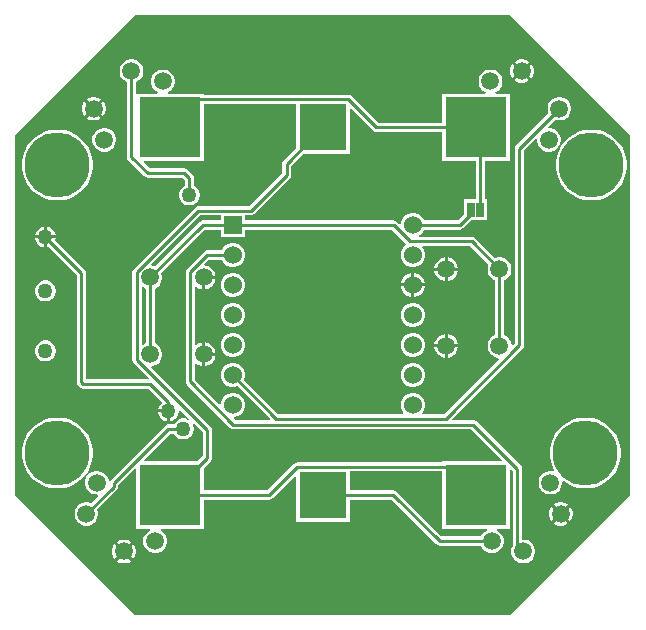
<source format=gbl>
G04*
G04 #@! TF.GenerationSoftware,Altium Limited,Altium Designer,23.9.2 (47)*
G04*
G04 Layer_Physical_Order=2*
G04 Layer_Color=16711680*
%FSLAX44Y44*%
%MOMM*%
G71*
G04*
G04 #@! TF.SameCoordinates,59006CB8-04EA-46C6-BC13-78CBB85C9A35*
G04*
G04*
G04 #@! TF.FilePolarity,Positive*
G04*
G01*
G75*
%ADD11C,0.2540*%
%ADD33C,5.5000*%
%ADD34C,1.5000*%
%ADD35R,1.5300X1.5300*%
%ADD36C,1.5300*%
%ADD37C,1.2700*%
%ADD38R,4.0000X4.0000*%
%ADD39R,5.2000X5.2000*%
%ADD40R,0.6350X1.2700*%
G36*
X419100Y406400D02*
Y101600D01*
X317500Y0D01*
X0D01*
X-101600Y101600D01*
Y406400D01*
X0Y508000D01*
X317500D01*
X419100Y406400D01*
D02*
G37*
%LPC*%
G36*
X328475Y470613D02*
X325831D01*
X323278Y469929D01*
X320988Y468607D01*
X320952Y468570D01*
X327153Y462369D01*
X333354Y468570D01*
X333318Y468607D01*
X331028Y469929D01*
X328475Y470613D01*
D02*
G37*
G36*
X335150Y466774D02*
X328949Y460573D01*
X335150Y454371D01*
X335187Y454408D01*
X336509Y456698D01*
X337193Y459251D01*
Y461894D01*
X336509Y464448D01*
X335187Y466737D01*
X335150Y466774D01*
D02*
G37*
G36*
X319156Y466774D02*
X319119Y466737D01*
X317797Y464448D01*
X317113Y461894D01*
Y459251D01*
X317797Y456698D01*
X319119Y454408D01*
X319156Y454371D01*
X325357Y460573D01*
X319156Y466774D01*
D02*
G37*
G36*
X327153Y458777D02*
X320952Y452575D01*
X320988Y452539D01*
X323278Y451217D01*
X325831Y450533D01*
X328475D01*
X331028Y451217D01*
X333318Y452539D01*
X333354Y452575D01*
X327153Y458777D01*
D02*
G37*
G36*
X-33801Y438793D02*
X-36444D01*
X-38998Y438109D01*
X-41287Y436787D01*
X-41324Y436750D01*
X-35123Y430549D01*
X-28921Y436750D01*
X-28958Y436787D01*
X-31247Y438109D01*
X-33801Y438793D01*
D02*
G37*
G36*
X-27125Y434954D02*
X-33327Y428753D01*
X-27125Y422552D01*
X-27089Y422588D01*
X-25767Y424878D01*
X-25083Y427431D01*
Y430075D01*
X-25767Y432628D01*
X-27089Y434918D01*
X-27125Y434954D01*
D02*
G37*
G36*
X-43120Y434954D02*
X-43157Y434918D01*
X-44479Y432628D01*
X-45163Y430075D01*
Y427431D01*
X-44479Y424878D01*
X-43157Y422588D01*
X-43120Y422552D01*
X-36919Y428753D01*
X-43120Y434954D01*
D02*
G37*
G36*
X-1981Y470613D02*
X-4625D01*
X-7178Y469929D01*
X-9468Y468607D01*
X-11337Y466737D01*
X-12659Y464448D01*
X-13343Y461894D01*
Y459251D01*
X-12659Y456697D01*
X-11337Y454408D01*
X-9468Y452539D01*
X-7188Y451222D01*
Y387915D01*
X-6892Y386428D01*
X-6050Y385168D01*
X7708Y371411D01*
X8968Y370569D01*
X10454Y370273D01*
X39922D01*
X41835Y368359D01*
Y363623D01*
X40261Y362714D01*
X38606Y361059D01*
X37436Y359031D01*
X36830Y356770D01*
Y354430D01*
X37436Y352169D01*
X38606Y350141D01*
X40261Y348486D01*
X42289Y347316D01*
X44550Y346710D01*
X46890D01*
X49151Y347316D01*
X51179Y348486D01*
X52834Y350141D01*
X54004Y352169D01*
X54610Y354430D01*
Y356770D01*
X54004Y359031D01*
X52834Y361059D01*
X51179Y362714D01*
X49605Y363623D01*
Y369968D01*
X49309Y371455D01*
X48467Y372715D01*
X44278Y376904D01*
X43018Y377746D01*
X41531Y378042D01*
X12063D01*
X7069Y383037D01*
X7555Y384210D01*
X57790D01*
Y432675D01*
X136210D01*
Y395704D01*
X125247Y384741D01*
X124405Y383481D01*
X124109Y381994D01*
Y374315D01*
X95907Y346112D01*
X53183D01*
X51696Y345816D01*
X50436Y344974D01*
X-1357Y293182D01*
X-2199Y291921D01*
X-2495Y290435D01*
Y216065D01*
X-2199Y214579D01*
X-1357Y213318D01*
X11323Y200638D01*
X10838Y199465D01*
X-41835D01*
Y289560D01*
X-42131Y291047D01*
X-42973Y292307D01*
X-67780Y317114D01*
X-67337Y318770D01*
X-74930D01*
Y311177D01*
X-73274Y311620D01*
X-49605Y287951D01*
Y197068D01*
X-49309Y195581D01*
X-48467Y194321D01*
X-46979Y192833D01*
X-45719Y191991D01*
X-44232Y191695D01*
X11091D01*
X22536Y180250D01*
X22481Y179834D01*
X20826Y178179D01*
X19656Y176151D01*
X19077Y173990D01*
X27940D01*
Y172720D01*
X29210D01*
Y163857D01*
X31371Y164436D01*
X33399Y165606D01*
X35054Y167261D01*
X36224Y169289D01*
X36830Y171550D01*
Y173335D01*
X38100Y173862D01*
X45632Y166330D01*
X44852Y165314D01*
X44071Y165764D01*
X41810Y166370D01*
X39470D01*
X37209Y165764D01*
X35181Y164594D01*
X33526Y162939D01*
X32617Y161365D01*
X27742D01*
X26255Y161069D01*
X24995Y160227D01*
X-21033Y114199D01*
X-21378Y113683D01*
X-22730Y113945D01*
X-23278Y115989D01*
X-24600Y118278D01*
X-26469Y120148D01*
X-28759Y121469D01*
X-31312Y122154D01*
X-33956D01*
X-36509Y121469D01*
X-38799Y120148D01*
X-40668Y118278D01*
X-41990Y115989D01*
X-42674Y113435D01*
Y110792D01*
X-41990Y108238D01*
X-40668Y105949D01*
X-38799Y104080D01*
X-36509Y102758D01*
X-33956Y102074D01*
X-32286D01*
X-31760Y100804D01*
X-37608Y94956D01*
X-40151Y95637D01*
X-42794D01*
X-45348Y94953D01*
X-47637Y93631D01*
X-49507Y91762D01*
X-50828Y89472D01*
X-51513Y86919D01*
Y84275D01*
X-50828Y81722D01*
X-49507Y79432D01*
X-47637Y77563D01*
X-45348Y76241D01*
X-42794Y75557D01*
X-40151D01*
X-37597Y76241D01*
X-35308Y77563D01*
X-33439Y79432D01*
X-32117Y81722D01*
X-31433Y84275D01*
Y86919D01*
X-32114Y89462D01*
X-15539Y106037D01*
X-14697Y107297D01*
X-14402Y108784D01*
Y109843D01*
X-463Y123781D01*
X710Y123295D01*
Y73060D01*
X12333D01*
X12673Y71790D01*
X10699Y70650D01*
X8830Y68781D01*
X7508Y66491D01*
X6824Y63938D01*
Y61294D01*
X7508Y58741D01*
X8830Y56451D01*
X10699Y54582D01*
X12988Y53260D01*
X15542Y52576D01*
X18185D01*
X20739Y53260D01*
X23028Y54582D01*
X24898Y56451D01*
X26219Y58741D01*
X26904Y61294D01*
Y63938D01*
X26219Y66491D01*
X24898Y68781D01*
X23028Y70650D01*
X21054Y71790D01*
X21394Y73060D01*
X57790D01*
Y97715D01*
X113362D01*
X114848Y98011D01*
X116109Y98853D01*
X135037Y117781D01*
X136210Y117295D01*
Y79060D01*
X181290D01*
Y97715D01*
X216906D01*
X254753Y59869D01*
X256013Y59027D01*
X257499Y58731D01*
X292556D01*
X293872Y56451D01*
X295742Y54582D01*
X298031Y53260D01*
X300585Y52576D01*
X303228D01*
X305782Y53260D01*
X308071Y54582D01*
X309940Y56451D01*
X311262Y58741D01*
X311946Y61294D01*
Y63938D01*
X311262Y66491D01*
X309940Y68781D01*
X308071Y70650D01*
X306097Y71790D01*
X306437Y73060D01*
X316790D01*
Y123295D01*
X317963Y123781D01*
X319458Y122286D01*
Y58857D01*
X319536Y58465D01*
X319067Y57653D01*
X318383Y55099D01*
Y52456D01*
X319067Y49902D01*
X320389Y47613D01*
X322258Y45743D01*
X324548Y44422D01*
X327101Y43737D01*
X329745D01*
X332298Y44422D01*
X334588Y45743D01*
X336457Y47613D01*
X337779Y49902D01*
X338463Y52456D01*
Y55099D01*
X337779Y57653D01*
X336457Y59942D01*
X334588Y61811D01*
X332298Y63133D01*
X329745Y63817D01*
X327228D01*
Y123895D01*
X326932Y125382D01*
X326090Y126642D01*
X288725Y164007D01*
X287465Y164849D01*
X285978Y165145D01*
X268692D01*
X268207Y166318D01*
X327876Y225988D01*
X328718Y227248D01*
X329014Y228735D01*
Y393301D01*
X338824Y403110D01*
X340094Y402584D01*
Y400915D01*
X340778Y398361D01*
X342100Y396072D01*
X343969Y394202D01*
X346259Y392881D01*
X348812Y392196D01*
X351456D01*
X354009Y392881D01*
X356299Y394202D01*
X358168Y396072D01*
X359490Y398361D01*
X360174Y400915D01*
Y403558D01*
X359490Y406112D01*
X358168Y408401D01*
X356299Y410270D01*
X354009Y411592D01*
X351456Y412276D01*
X349786D01*
X349260Y413546D01*
X355108Y419394D01*
X357651Y418713D01*
X360294D01*
X362848Y419397D01*
X365137Y420719D01*
X367007Y422588D01*
X368329Y424878D01*
X369013Y427431D01*
Y430075D01*
X368329Y432628D01*
X367007Y434918D01*
X365137Y436787D01*
X362848Y438109D01*
X360294Y438793D01*
X357651D01*
X355097Y438109D01*
X352808Y436787D01*
X350939Y434918D01*
X349617Y432628D01*
X348933Y430075D01*
Y427431D01*
X349614Y424888D01*
X322383Y397657D01*
X321541Y396396D01*
X321245Y394910D01*
Y230344D01*
X319463Y228562D01*
X318290Y229048D01*
Y229172D01*
X317606Y231725D01*
X316284Y234015D01*
X314415Y235884D01*
X312135Y237200D01*
Y283500D01*
X314415Y284816D01*
X316284Y286685D01*
X317606Y288975D01*
X318290Y291528D01*
Y294172D01*
X317606Y296725D01*
X316284Y299015D01*
X314415Y300884D01*
X312125Y302206D01*
X309572Y302890D01*
X306928D01*
X304385Y302209D01*
X287587Y319007D01*
X286327Y319849D01*
X284840Y320145D01*
X240454D01*
X240113Y321415D01*
X241207Y322046D01*
X243104Y323943D01*
X244446Y326267D01*
X244459Y326315D01*
X274447D01*
X275934Y326611D01*
X277194Y327453D01*
X283751Y334010D01*
X297815D01*
Y351790D01*
X295985D01*
Y384210D01*
X316790D01*
Y441290D01*
X305167D01*
X304827Y442560D01*
X306801Y443700D01*
X308670Y445569D01*
X309992Y447859D01*
X310676Y450412D01*
Y453056D01*
X309992Y455609D01*
X308670Y457899D01*
X306801Y459768D01*
X304512Y461090D01*
X301958Y461774D01*
X299315D01*
X296761Y461090D01*
X294472Y459768D01*
X292602Y457899D01*
X291281Y455609D01*
X290596Y453056D01*
Y450412D01*
X291281Y447859D01*
X292602Y445569D01*
X294472Y443700D01*
X296446Y442560D01*
X296106Y441290D01*
X259710D01*
Y416635D01*
X205747D01*
X183075Y439307D01*
X181815Y440149D01*
X180328Y440445D01*
X57790D01*
Y441290D01*
X27744D01*
X27404Y442560D01*
X29378Y443700D01*
X31248Y445569D01*
X32569Y447859D01*
X33254Y450412D01*
Y453056D01*
X32569Y455609D01*
X31248Y457899D01*
X29378Y459768D01*
X27089Y461090D01*
X24535Y461774D01*
X21892D01*
X19338Y461090D01*
X17049Y459768D01*
X15180Y457899D01*
X13858Y455609D01*
X13174Y453056D01*
Y450412D01*
X13858Y447859D01*
X15180Y445569D01*
X17049Y443700D01*
X19023Y442560D01*
X18683Y441290D01*
X710D01*
X582Y442507D01*
Y451222D01*
X2862Y452539D01*
X4731Y454408D01*
X6053Y456697D01*
X6737Y459251D01*
Y461894D01*
X6053Y464448D01*
X4731Y466737D01*
X2862Y468607D01*
X572Y469929D01*
X-1981Y470613D01*
D02*
G37*
G36*
X-35123Y426957D02*
X-41324Y420756D01*
X-41287Y420719D01*
X-38998Y419397D01*
X-36444Y418713D01*
X-33801D01*
X-31247Y419397D01*
X-28958Y420719D01*
X-28921Y420756D01*
X-35123Y426957D01*
D02*
G37*
G36*
X-24962Y412276D02*
X-27606D01*
X-30159Y411592D01*
X-32449Y410270D01*
X-34318Y408401D01*
X-35640Y406112D01*
X-36324Y403558D01*
Y400915D01*
X-35640Y398361D01*
X-34318Y396072D01*
X-32449Y394202D01*
X-30159Y392881D01*
X-27606Y392196D01*
X-24962D01*
X-22409Y392881D01*
X-20119Y394202D01*
X-18250Y396072D01*
X-16928Y398361D01*
X-16244Y400915D01*
Y403558D01*
X-16928Y406112D01*
X-18250Y408401D01*
X-20119Y410270D01*
X-22409Y411592D01*
X-24962Y412276D01*
D02*
G37*
G36*
X388444Y411040D02*
X383716D01*
X379046Y410300D01*
X374549Y408839D01*
X370336Y406693D01*
X366510Y403913D01*
X363167Y400570D01*
X360387Y396744D01*
X358241Y392531D01*
X356780Y388034D01*
X356040Y383364D01*
Y378636D01*
X356780Y373966D01*
X358241Y369469D01*
X360387Y365256D01*
X363167Y361430D01*
X366510Y358087D01*
X370336Y355308D01*
X374549Y353161D01*
X379046Y351700D01*
X383716Y350960D01*
X388444D01*
X393114Y351700D01*
X397611Y353161D01*
X401824Y355308D01*
X405650Y358087D01*
X408993Y361430D01*
X411772Y365256D01*
X413919Y369469D01*
X415380Y373966D01*
X416120Y378636D01*
Y383364D01*
X415380Y388034D01*
X413919Y392531D01*
X411772Y396744D01*
X408993Y400570D01*
X405650Y403913D01*
X401824Y406693D01*
X397611Y408839D01*
X393114Y410300D01*
X388444Y411040D01*
D02*
G37*
G36*
X-63676D02*
X-68404D01*
X-73074Y410300D01*
X-77571Y408839D01*
X-81784Y406693D01*
X-85610Y403913D01*
X-88953Y400570D01*
X-91733Y396744D01*
X-93879Y392531D01*
X-95340Y388034D01*
X-96080Y383364D01*
Y378636D01*
X-95340Y373966D01*
X-93879Y369469D01*
X-91733Y365256D01*
X-88953Y361430D01*
X-85610Y358087D01*
X-81784Y355308D01*
X-77571Y353161D01*
X-73074Y351700D01*
X-68404Y350960D01*
X-63676D01*
X-59006Y351700D01*
X-54509Y353161D01*
X-50296Y355308D01*
X-46470Y358087D01*
X-43127Y361430D01*
X-40347Y365256D01*
X-38201Y369469D01*
X-36740Y373966D01*
X-36000Y378636D01*
Y383364D01*
X-36740Y388034D01*
X-38201Y392531D01*
X-40347Y396744D01*
X-43127Y400570D01*
X-46470Y403913D01*
X-50296Y406693D01*
X-54509Y408839D01*
X-59006Y410300D01*
X-63676Y411040D01*
D02*
G37*
G36*
X-74930Y328903D02*
Y321310D01*
X-67337D01*
X-67916Y323471D01*
X-69086Y325499D01*
X-70741Y327154D01*
X-72769Y328324D01*
X-74930Y328903D01*
D02*
G37*
G36*
X-77470D02*
X-79631Y328324D01*
X-81659Y327154D01*
X-83314Y325499D01*
X-84484Y323471D01*
X-85063Y321310D01*
X-77470D01*
Y328903D01*
D02*
G37*
G36*
Y318770D02*
X-85063D01*
X-84484Y316609D01*
X-83314Y314581D01*
X-81659Y312926D01*
X-79631Y311756D01*
X-77470Y311177D01*
Y318770D01*
D02*
G37*
G36*
X-75030Y283210D02*
X-77370D01*
X-79631Y282604D01*
X-81659Y281434D01*
X-83314Y279779D01*
X-84484Y277751D01*
X-85090Y275490D01*
Y273150D01*
X-84484Y270889D01*
X-83314Y268861D01*
X-81659Y267206D01*
X-79631Y266036D01*
X-77370Y265430D01*
X-75030D01*
X-72769Y266036D01*
X-70741Y267206D01*
X-69086Y268861D01*
X-67916Y270889D01*
X-67310Y273150D01*
Y275490D01*
X-67916Y277751D01*
X-69086Y279779D01*
X-70741Y281434D01*
X-72769Y282604D01*
X-75030Y283210D01*
D02*
G37*
G36*
Y232410D02*
X-77370D01*
X-79631Y231804D01*
X-81659Y230634D01*
X-83314Y228979D01*
X-84484Y226951D01*
X-85090Y224690D01*
Y222350D01*
X-84484Y220089D01*
X-83314Y218061D01*
X-81659Y216406D01*
X-79631Y215236D01*
X-77370Y214630D01*
X-75030D01*
X-72769Y215236D01*
X-70741Y216406D01*
X-69086Y218061D01*
X-67916Y220089D01*
X-67310Y222350D01*
Y224690D01*
X-67916Y226951D01*
X-69086Y228979D01*
X-70741Y230634D01*
X-72769Y231804D01*
X-75030Y232410D01*
D02*
G37*
G36*
X26670Y171450D02*
X19077D01*
X19656Y169289D01*
X20826Y167261D01*
X22481Y165606D01*
X24509Y164436D01*
X26670Y163857D01*
Y171450D01*
D02*
G37*
G36*
X383364Y167200D02*
X378636D01*
X373966Y166460D01*
X369469Y164999D01*
X365256Y162852D01*
X361430Y160073D01*
X358087Y156730D01*
X355308Y152904D01*
X353161Y148691D01*
X351700Y144194D01*
X350960Y139524D01*
Y134796D01*
X351700Y130126D01*
X353161Y125629D01*
X354504Y122992D01*
X353629Y121911D01*
X352726Y122154D01*
X350082D01*
X347529Y121469D01*
X345239Y120148D01*
X343370Y118278D01*
X342048Y115989D01*
X341364Y113435D01*
Y110792D01*
X342048Y108238D01*
X343370Y105949D01*
X345239Y104080D01*
X347529Y102758D01*
X350082Y102074D01*
X352726D01*
X355279Y102758D01*
X357569Y104080D01*
X359438Y105949D01*
X360760Y108238D01*
X361444Y110792D01*
Y112667D01*
X362714Y113314D01*
X365256Y111468D01*
X369469Y109321D01*
X373966Y107860D01*
X378636Y107120D01*
X383364D01*
X388034Y107860D01*
X392531Y109321D01*
X396744Y111468D01*
X400570Y114247D01*
X403913Y117590D01*
X406693Y121416D01*
X408839Y125629D01*
X410300Y130126D01*
X411040Y134796D01*
Y139524D01*
X410300Y144194D01*
X408839Y148691D01*
X406693Y152904D01*
X403913Y156730D01*
X400570Y160073D01*
X396744Y162852D01*
X392531Y164999D01*
X388034Y166460D01*
X383364Y167200D01*
D02*
G37*
G36*
X-63676D02*
X-68404D01*
X-73074Y166460D01*
X-77571Y164999D01*
X-81784Y162852D01*
X-85610Y160073D01*
X-88953Y156730D01*
X-91733Y152904D01*
X-93879Y148691D01*
X-95340Y144194D01*
X-96080Y139524D01*
Y134796D01*
X-95340Y130126D01*
X-93879Y125629D01*
X-91733Y121416D01*
X-88953Y117590D01*
X-85610Y114247D01*
X-81784Y111468D01*
X-77571Y109321D01*
X-73074Y107860D01*
X-68404Y107120D01*
X-63676D01*
X-59006Y107860D01*
X-54509Y109321D01*
X-50296Y111468D01*
X-46470Y114247D01*
X-43127Y117590D01*
X-40347Y121416D01*
X-38201Y125629D01*
X-36740Y130126D01*
X-36000Y134796D01*
Y139524D01*
X-36740Y144194D01*
X-38201Y148691D01*
X-40347Y152904D01*
X-43127Y156730D01*
X-46470Y160073D01*
X-50296Y162852D01*
X-54509Y164999D01*
X-59006Y166460D01*
X-63676Y167200D01*
D02*
G37*
G36*
X361564Y95637D02*
X358921D01*
X356367Y94953D01*
X354078Y93631D01*
X354041Y93595D01*
X360243Y87393D01*
X366444Y93595D01*
X366407Y93631D01*
X364118Y94953D01*
X361564Y95637D01*
D02*
G37*
G36*
X352245Y91798D02*
X352209Y91762D01*
X350887Y89472D01*
X350203Y86919D01*
Y84275D01*
X350887Y81722D01*
X352209Y79432D01*
X352245Y79396D01*
X358447Y85597D01*
X352245Y91798D01*
D02*
G37*
G36*
X368240Y91798D02*
X362039Y85597D01*
X368240Y79396D01*
X368277Y79432D01*
X369599Y81722D01*
X370283Y84275D01*
Y86919D01*
X369599Y89472D01*
X368277Y91762D01*
X368240Y91798D01*
D02*
G37*
G36*
X360243Y83801D02*
X354041Y77600D01*
X354078Y77563D01*
X356367Y76241D01*
X358921Y75557D01*
X361564D01*
X364118Y76241D01*
X366407Y77563D01*
X366444Y77600D01*
X360243Y83801D01*
D02*
G37*
G36*
X-8331Y63817D02*
X-10975D01*
X-13528Y63133D01*
X-15818Y61811D01*
X-15854Y61775D01*
X-9653Y55573D01*
X-3452Y61775D01*
X-3488Y61811D01*
X-5778Y63133D01*
X-8331Y63817D01*
D02*
G37*
G36*
X-17650Y59979D02*
X-17687Y59942D01*
X-19009Y57653D01*
X-19693Y55099D01*
Y52456D01*
X-19009Y49902D01*
X-17687Y47613D01*
X-17650Y47576D01*
X-11449Y53777D01*
X-17650Y59979D01*
D02*
G37*
G36*
X-1655Y59979D02*
X-7857Y53777D01*
X-1655Y47576D01*
X-1619Y47613D01*
X-297Y49902D01*
X387Y52456D01*
Y55099D01*
X-297Y57653D01*
X-1619Y59942D01*
X-1655Y59979D01*
D02*
G37*
G36*
X-9653Y51981D02*
X-15854Y45780D01*
X-15818Y45743D01*
X-13528Y44422D01*
X-10975Y43737D01*
X-8331D01*
X-5778Y44422D01*
X-3488Y45743D01*
X-3452Y45780D01*
X-9653Y51981D01*
D02*
G37*
%LPD*%
G36*
X201391Y410003D02*
X202652Y409161D01*
X204138Y408865D01*
X259710D01*
Y384210D01*
X288215D01*
Y351790D01*
X278257D01*
Y339504D01*
X272838Y334085D01*
X244459D01*
X244446Y334133D01*
X243104Y336457D01*
X241207Y338354D01*
X238883Y339696D01*
X236292Y340390D01*
X233608D01*
X231017Y339696D01*
X228693Y338354D01*
X226796Y336457D01*
X225454Y334133D01*
X224760Y331542D01*
Y331336D01*
X223587Y330850D01*
X221490Y332947D01*
X220230Y333789D01*
X218743Y334085D01*
X92740D01*
Y338343D01*
X97516D01*
X99002Y338638D01*
X100263Y339481D01*
X130741Y369959D01*
X131583Y371219D01*
X131879Y372706D01*
Y380385D01*
X141704Y390210D01*
X181290D01*
Y428445D01*
X182463Y428931D01*
X201391Y410003D01*
D02*
G37*
G36*
X229098Y314351D02*
X228932Y313092D01*
X228693Y312954D01*
X226796Y311057D01*
X225454Y308733D01*
X224760Y306142D01*
Y303458D01*
X225454Y300867D01*
X226796Y298543D01*
X228693Y296646D01*
X231017Y295304D01*
X233608Y294610D01*
X236292D01*
X238883Y295304D01*
X241207Y296646D01*
X243104Y298543D01*
X244446Y300867D01*
X245140Y303458D01*
Y306142D01*
X244446Y308733D01*
X243104Y311057D01*
X242959Y311202D01*
X243445Y312375D01*
X283231D01*
X298891Y296715D01*
X298210Y294172D01*
Y291528D01*
X298894Y288975D01*
X300216Y286685D01*
X302085Y284816D01*
X304365Y283500D01*
Y237200D01*
X302085Y235884D01*
X300216Y234015D01*
X298894Y231725D01*
X298210Y229172D01*
Y226528D01*
X298894Y223975D01*
X300216Y221685D01*
X302085Y219816D01*
X304375Y218494D01*
X306928Y217810D01*
X307052D01*
X307538Y216637D01*
X261126Y170225D01*
X243445D01*
X242959Y171398D01*
X243104Y171543D01*
X244446Y173867D01*
X245140Y176458D01*
Y179142D01*
X244446Y181733D01*
X243104Y184057D01*
X241207Y185954D01*
X238883Y187296D01*
X236292Y187990D01*
X233608D01*
X231017Y187296D01*
X228693Y185954D01*
X226796Y184057D01*
X225454Y181733D01*
X224760Y179142D01*
Y176458D01*
X225454Y173867D01*
X226796Y171543D01*
X226941Y171398D01*
X226455Y170225D01*
X121019D01*
X92020Y199223D01*
X92046Y199267D01*
X92740Y201858D01*
Y204542D01*
X92046Y207133D01*
X90704Y209457D01*
X88807Y211354D01*
X86483Y212696D01*
X83892Y213390D01*
X81208D01*
X78617Y212696D01*
X76293Y211354D01*
X74396Y209457D01*
X73054Y207133D01*
X72360Y204542D01*
Y201858D01*
X73054Y199267D01*
X74396Y196943D01*
X76293Y195046D01*
X78617Y193704D01*
X81208Y193010D01*
X83892D01*
X86483Y193704D01*
X86527Y193730D01*
X113938Y166318D01*
X113452Y165145D01*
X84492D01*
X83200Y166437D01*
X83686Y167610D01*
X83892D01*
X86483Y168304D01*
X88807Y169646D01*
X90704Y171543D01*
X92046Y173867D01*
X92740Y176458D01*
Y179142D01*
X92046Y181733D01*
X90704Y184057D01*
X88807Y185954D01*
X86483Y187296D01*
X83892Y187990D01*
X81208D01*
X78617Y187296D01*
X76293Y185954D01*
X74396Y184057D01*
X73054Y181733D01*
X72360Y179142D01*
Y178936D01*
X71187Y178450D01*
X50275Y199362D01*
Y212317D01*
X51448Y212803D01*
X51535Y212716D01*
X53825Y211394D01*
X56378Y210710D01*
X56430D01*
Y220750D01*
Y230790D01*
X56378D01*
X53825Y230106D01*
X51535Y228784D01*
X51448Y228697D01*
X50275Y229183D01*
Y277317D01*
X51448Y277803D01*
X51535Y277716D01*
X53825Y276394D01*
X56378Y275710D01*
X56430D01*
Y285750D01*
X57700D01*
Y287020D01*
X67740D01*
Y287072D01*
X67056Y289625D01*
X65734Y291915D01*
X63865Y293784D01*
X61575Y295106D01*
X59022Y295790D01*
X58898D01*
X58412Y296963D01*
X62364Y300915D01*
X73041D01*
X73054Y300867D01*
X74396Y298543D01*
X76293Y296646D01*
X78617Y295304D01*
X81208Y294610D01*
X83892D01*
X86483Y295304D01*
X88807Y296646D01*
X90704Y298543D01*
X92046Y300867D01*
X92740Y303458D01*
Y306142D01*
X92046Y308733D01*
X90704Y311057D01*
X88807Y312954D01*
X86483Y314296D01*
X83892Y314990D01*
X81208D01*
X78617Y314296D01*
X76293Y312954D01*
X74396Y311057D01*
X73054Y308733D01*
X73041Y308685D01*
X60755D01*
X59269Y308389D01*
X58008Y307547D01*
X43643Y293182D01*
X42801Y291921D01*
X42505Y290435D01*
Y197753D01*
X42801Y196266D01*
X43643Y195006D01*
X80136Y158513D01*
X81397Y157671D01*
X82883Y157375D01*
X284369D01*
X310431Y131313D01*
X309945Y130140D01*
X259710D01*
Y129295D01*
X137172D01*
X135685Y128999D01*
X134425Y128157D01*
X111753Y105485D01*
X57790D01*
Y124646D01*
X63707Y130563D01*
X64549Y131823D01*
X64845Y133310D01*
Y156495D01*
X64549Y157982D01*
X63707Y159242D01*
X13412Y209537D01*
X13898Y210710D01*
X14022D01*
X16575Y211394D01*
X18865Y212716D01*
X20734Y214585D01*
X22056Y216875D01*
X22740Y219428D01*
Y222072D01*
X22056Y224625D01*
X20734Y226915D01*
X18865Y228784D01*
X16585Y230100D01*
Y276400D01*
X18865Y277716D01*
X20734Y279585D01*
X22056Y281875D01*
X22740Y284428D01*
Y287072D01*
X22059Y289615D01*
X58759Y326315D01*
X72360D01*
Y320010D01*
X92740D01*
Y326315D01*
X217134D01*
X229098Y314351D01*
D02*
G37*
G36*
X72360Y334085D02*
X57150D01*
X55663Y333789D01*
X54403Y332947D01*
X16565Y295109D01*
X14022Y295790D01*
X13898D01*
X13412Y296963D01*
X54792Y338343D01*
X72360D01*
Y334085D01*
D02*
G37*
G36*
X6535Y277716D02*
X8815Y276400D01*
Y230100D01*
X6535Y228784D01*
X6448Y228697D01*
X5275Y229183D01*
Y277317D01*
X6448Y277803D01*
X6535Y277716D01*
D02*
G37*
G36*
X57075Y154886D02*
Y134919D01*
X52296Y130140D01*
X7555D01*
X7069Y131313D01*
X29351Y153595D01*
X32617D01*
X33526Y152021D01*
X35181Y150366D01*
X37209Y149196D01*
X39470Y148590D01*
X41810D01*
X44071Y149196D01*
X46099Y150366D01*
X47754Y152021D01*
X48924Y154049D01*
X49530Y156310D01*
Y158650D01*
X48924Y160911D01*
X48474Y161692D01*
X49490Y162472D01*
X57075Y154886D01*
D02*
G37*
G36*
X259710Y73060D02*
X297376D01*
X297716Y71790D01*
X295742Y70650D01*
X293872Y68781D01*
X292556Y66501D01*
X259108D01*
X221262Y104347D01*
X220002Y105189D01*
X218515Y105485D01*
X181290D01*
Y121525D01*
X259710D01*
Y73060D01*
D02*
G37*
%LPC*%
G36*
X264572Y302890D02*
X264520D01*
Y294120D01*
X273290D01*
Y294172D01*
X272606Y296725D01*
X271284Y299015D01*
X269415Y300884D01*
X267125Y302206D01*
X264572Y302890D01*
D02*
G37*
G36*
X261980D02*
X261928D01*
X259375Y302206D01*
X257085Y300884D01*
X255216Y299015D01*
X253894Y296725D01*
X253210Y294172D01*
Y294120D01*
X261980D01*
Y302890D01*
D02*
G37*
G36*
X273290Y291580D02*
X264520D01*
Y282810D01*
X264572D01*
X267125Y283494D01*
X269415Y284816D01*
X271284Y286685D01*
X272606Y288975D01*
X273290Y291528D01*
Y291580D01*
D02*
G37*
G36*
X261980D02*
X253210D01*
Y291528D01*
X253894Y288975D01*
X255216Y286685D01*
X257085Y284816D01*
X259375Y283494D01*
X261928Y282810D01*
X261980D01*
Y291580D01*
D02*
G37*
G36*
X236292Y289590D02*
X236220D01*
Y280670D01*
X245140D01*
Y280742D01*
X244446Y283333D01*
X243104Y285657D01*
X241207Y287554D01*
X238883Y288896D01*
X236292Y289590D01*
D02*
G37*
G36*
X233680D02*
X233608D01*
X231017Y288896D01*
X228693Y287554D01*
X226796Y285657D01*
X225454Y283333D01*
X224760Y280742D01*
Y280670D01*
X233680D01*
Y289590D01*
D02*
G37*
G36*
X67740Y284480D02*
X58970D01*
Y275710D01*
X59022D01*
X61575Y276394D01*
X63865Y277716D01*
X65734Y279585D01*
X67056Y281875D01*
X67740Y284428D01*
Y284480D01*
D02*
G37*
G36*
X245140Y278130D02*
X236220D01*
Y269210D01*
X236292D01*
X238883Y269904D01*
X241207Y271246D01*
X243104Y273143D01*
X244446Y275467D01*
X245140Y278058D01*
Y278130D01*
D02*
G37*
G36*
X233680D02*
X224760D01*
Y278058D01*
X225454Y275467D01*
X226796Y273143D01*
X228693Y271246D01*
X231017Y269904D01*
X233608Y269210D01*
X233680D01*
Y278130D01*
D02*
G37*
G36*
X83892Y289590D02*
X81208D01*
X78617Y288896D01*
X76293Y287554D01*
X74396Y285657D01*
X73054Y283333D01*
X72360Y280742D01*
Y278058D01*
X73054Y275467D01*
X74396Y273143D01*
X76293Y271246D01*
X78617Y269904D01*
X81208Y269210D01*
X83892D01*
X86483Y269904D01*
X88807Y271246D01*
X90704Y273143D01*
X92046Y275467D01*
X92740Y278058D01*
Y280742D01*
X92046Y283333D01*
X90704Y285657D01*
X88807Y287554D01*
X86483Y288896D01*
X83892Y289590D01*
D02*
G37*
G36*
X236292Y264190D02*
X233608D01*
X231017Y263496D01*
X228693Y262154D01*
X226796Y260257D01*
X225454Y257933D01*
X224760Y255342D01*
Y252658D01*
X225454Y250067D01*
X226796Y247743D01*
X228693Y245846D01*
X231017Y244504D01*
X233608Y243810D01*
X236292D01*
X238883Y244504D01*
X241207Y245846D01*
X243104Y247743D01*
X244446Y250067D01*
X245140Y252658D01*
Y255342D01*
X244446Y257933D01*
X243104Y260257D01*
X241207Y262154D01*
X238883Y263496D01*
X236292Y264190D01*
D02*
G37*
G36*
X83892D02*
X81208D01*
X78617Y263496D01*
X76293Y262154D01*
X74396Y260257D01*
X73054Y257933D01*
X72360Y255342D01*
Y252658D01*
X73054Y250067D01*
X74396Y247743D01*
X76293Y245846D01*
X78617Y244504D01*
X81208Y243810D01*
X83892D01*
X86483Y244504D01*
X88807Y245846D01*
X90704Y247743D01*
X92046Y250067D01*
X92740Y252658D01*
Y255342D01*
X92046Y257933D01*
X90704Y260257D01*
X88807Y262154D01*
X86483Y263496D01*
X83892Y264190D01*
D02*
G37*
G36*
X264572Y237890D02*
X264520D01*
Y229120D01*
X273290D01*
Y229172D01*
X272606Y231725D01*
X271284Y234015D01*
X269415Y235884D01*
X267125Y237206D01*
X264572Y237890D01*
D02*
G37*
G36*
X261980D02*
X261928D01*
X259375Y237206D01*
X257085Y235884D01*
X255216Y234015D01*
X253894Y231725D01*
X253210Y229172D01*
Y229120D01*
X261980D01*
Y237890D01*
D02*
G37*
G36*
X59022Y230790D02*
X58970D01*
Y222020D01*
X67740D01*
Y222072D01*
X67056Y224625D01*
X65734Y226915D01*
X63865Y228784D01*
X61575Y230106D01*
X59022Y230790D01*
D02*
G37*
G36*
X236292Y238790D02*
X233608D01*
X231017Y238096D01*
X228693Y236754D01*
X226796Y234857D01*
X225454Y232533D01*
X224760Y229942D01*
Y227258D01*
X225454Y224667D01*
X226796Y222343D01*
X228693Y220446D01*
X231017Y219104D01*
X233608Y218410D01*
X236292D01*
X238883Y219104D01*
X241207Y220446D01*
X243104Y222343D01*
X244446Y224667D01*
X245140Y227258D01*
Y229942D01*
X244446Y232533D01*
X243104Y234857D01*
X241207Y236754D01*
X238883Y238096D01*
X236292Y238790D01*
D02*
G37*
G36*
X83892D02*
X81208D01*
X78617Y238096D01*
X76293Y236754D01*
X74396Y234857D01*
X73054Y232533D01*
X72360Y229942D01*
Y227258D01*
X73054Y224667D01*
X74396Y222343D01*
X76293Y220446D01*
X78617Y219104D01*
X81208Y218410D01*
X83892D01*
X86483Y219104D01*
X88807Y220446D01*
X90704Y222343D01*
X92046Y224667D01*
X92740Y227258D01*
Y229942D01*
X92046Y232533D01*
X90704Y234857D01*
X88807Y236754D01*
X86483Y238096D01*
X83892Y238790D01*
D02*
G37*
G36*
X273290Y226580D02*
X264520D01*
Y217810D01*
X264572D01*
X267125Y218494D01*
X269415Y219816D01*
X271284Y221685D01*
X272606Y223975D01*
X273290Y226528D01*
Y226580D01*
D02*
G37*
G36*
X261980D02*
X253210D01*
Y226528D01*
X253894Y223975D01*
X255216Y221685D01*
X257085Y219816D01*
X259375Y218494D01*
X261928Y217810D01*
X261980D01*
Y226580D01*
D02*
G37*
G36*
X67740Y219480D02*
X58970D01*
Y210710D01*
X59022D01*
X61575Y211394D01*
X63865Y212716D01*
X65734Y214585D01*
X67056Y216875D01*
X67740Y219428D01*
Y219480D01*
D02*
G37*
G36*
X236292Y213390D02*
X233608D01*
X231017Y212696D01*
X228693Y211354D01*
X226796Y209457D01*
X225454Y207133D01*
X224760Y204542D01*
Y201858D01*
X225454Y199267D01*
X226796Y196943D01*
X228693Y195046D01*
X231017Y193704D01*
X233608Y193010D01*
X236292D01*
X238883Y193704D01*
X241207Y195046D01*
X243104Y196943D01*
X244446Y199267D01*
X245140Y201858D01*
Y204542D01*
X244446Y207133D01*
X243104Y209457D01*
X241207Y211354D01*
X238883Y212696D01*
X236292Y213390D01*
D02*
G37*
%LPD*%
D11*
X27940Y172720D02*
Y180340D01*
X12700Y195580D02*
X27940Y180340D01*
X1390Y216065D02*
X60960Y156495D01*
X-45720Y197068D02*
Y289560D01*
Y197068D02*
X-44232Y195580D01*
X12700D01*
X-76200Y320040D02*
X-45720Y289560D01*
X218515Y101600D02*
X257499Y62616D01*
X301906D01*
X158750Y101600D02*
X218515D01*
X323343Y58857D02*
X328423Y53777D01*
X323343Y58857D02*
Y123895D01*
X285978Y161260D02*
X323343Y123895D01*
X60960Y133310D02*
Y156495D01*
X1390Y216065D02*
Y290435D01*
X82883Y161260D02*
X285978D01*
X46390Y197753D02*
X82883Y161260D01*
X46390Y197753D02*
Y290435D01*
X262735Y166340D02*
X325130Y228735D01*
X119410Y166340D02*
X262735D01*
X82550Y203200D02*
X119410Y166340D01*
X46390Y290435D02*
X60755Y304800D01*
X82550Y330200D02*
X218743D01*
X232683Y316260D01*
X57150Y330200D02*
X82550D01*
X204138Y412750D02*
X288250D01*
X292100Y408900D01*
X180328Y436560D02*
X204138Y412750D01*
X60755Y304800D02*
X82550D01*
X29250Y101600D02*
X60960Y133310D01*
X325130Y228735D02*
Y394910D01*
X358973Y428753D01*
X308250Y227850D02*
Y292850D01*
X-18286Y108784D02*
Y111452D01*
X-41473Y85597D02*
X-18286Y108784D01*
Y111452D02*
X27742Y157480D01*
X40640D01*
X45720Y355600D02*
Y369968D01*
X12700Y285750D02*
X57150Y330200D01*
X53183Y342227D02*
X97516D01*
X1390Y290435D02*
X53183Y342227D01*
X41531Y374157D02*
X45720Y369968D01*
X10454Y374157D02*
X41531D01*
X-3303Y387915D02*
Y460573D01*
Y387915D02*
X10454Y374157D01*
X97516Y342227D02*
X127994Y372706D01*
Y381994D01*
X158750Y412750D01*
X113362Y101600D02*
X137172Y125410D01*
X264440D01*
X288250Y101600D01*
X29250D02*
X113362D01*
X53060Y436560D02*
X180328D01*
X29250Y412750D02*
X53060Y436560D01*
X292100Y342900D02*
Y408900D01*
X283972Y339725D02*
Y342900D01*
X234950Y330200D02*
X274447D01*
X283972Y339725D01*
X284840Y316260D02*
X308250Y292850D01*
X232683Y316260D02*
X284840D01*
X12700Y220750D02*
Y285750D01*
D33*
X386080Y381000D02*
D03*
X381000Y137160D02*
D03*
X-66040D02*
D03*
Y381000D02*
D03*
D34*
X263250Y227850D02*
D03*
X308250D02*
D03*
X263250Y292850D02*
D03*
X308250D02*
D03*
X57700Y285750D02*
D03*
X12700D02*
D03*
X57700Y220750D02*
D03*
X12700D02*
D03*
X23214Y451734D02*
D03*
X-26284Y402236D02*
D03*
X-3303Y460573D02*
D03*
X-35123Y428753D02*
D03*
X-32634Y112114D02*
D03*
X16864Y62616D02*
D03*
X-41473Y85597D02*
D03*
X-9653Y53777D02*
D03*
X301906Y62616D02*
D03*
X351404Y112114D02*
D03*
X328423Y53777D02*
D03*
X360243Y85597D02*
D03*
X350134Y402236D02*
D03*
X300636Y451734D02*
D03*
X358973Y428753D02*
D03*
X327153Y460573D02*
D03*
D35*
X82550Y330200D02*
D03*
D36*
Y304800D02*
D03*
Y279400D02*
D03*
Y254000D02*
D03*
Y228600D02*
D03*
Y203200D02*
D03*
Y177800D02*
D03*
X234950D02*
D03*
Y203200D02*
D03*
Y228600D02*
D03*
Y254000D02*
D03*
Y279400D02*
D03*
Y304800D02*
D03*
Y330200D02*
D03*
D37*
X27940Y172720D02*
D03*
X-76200Y223520D02*
D03*
Y274320D02*
D03*
Y320040D02*
D03*
X40640Y157480D02*
D03*
X45720Y355600D02*
D03*
D38*
X158750Y101600D02*
D03*
X158750Y412750D02*
D03*
D39*
X29250Y101600D02*
D03*
X288250D02*
D03*
X29250Y412750D02*
D03*
X288250D02*
D03*
D40*
X292100Y342900D02*
D03*
X283972D02*
D03*
M02*

</source>
